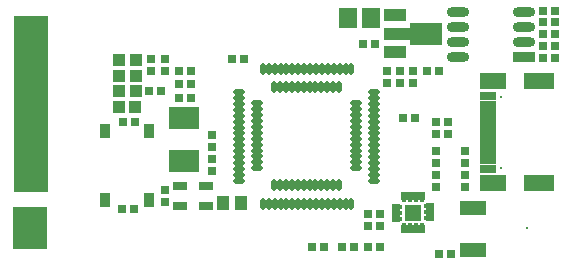
<source format=gts>
G04*
G04 #@! TF.GenerationSoftware,Altium Limited,Altium Designer,18.1.7 (191)*
G04*
G04 Layer_Color=8388736*
%FSLAX44Y44*%
%MOMM*%
G71*
G01*
G75*
%ADD36R,2.8750X15.0250*%
%ADD37R,2.8500X3.6250*%
%ADD38R,2.4532X0.5532*%
%ADD39R,1.0032X1.0032*%
%ADD40R,0.8032X0.8032*%
%ADD41R,0.8032X0.8032*%
%ADD42R,2.2032X1.3032*%
%ADD43R,1.9032X0.8532*%
%ADD44O,1.9032X0.8532*%
%ADD45R,2.8032X1.9032*%
%ADD46R,1.9032X1.1032*%
%ADD47R,2.7032X1.1032*%
%ADD48R,1.2032X0.6532*%
%ADD49R,0.4832X0.4832*%
%ADD50O,0.4832X0.8632*%
%ADD51O,0.8632X0.4832*%
%ADD52R,1.4532X1.4532*%
%ADD53R,1.5032X1.7032*%
%ADD54R,1.3532X0.8032*%
%ADD55R,1.3532X0.5032*%
%ADD56R,1.1332X1.1832*%
%ADD57R,0.9032X1.3032*%
G04:AMPARAMS|DCode=58|XSize=0.5032mm|YSize=1.0032mm|CornerRadius=0.1766mm|HoleSize=0mm|Usage=FLASHONLY|Rotation=180.000|XOffset=0mm|YOffset=0mm|HoleType=Round|Shape=RoundedRectangle|*
%AMROUNDEDRECTD58*
21,1,0.5032,0.6500,0,0,180.0*
21,1,0.1500,1.0032,0,0,180.0*
1,1,0.3532,-0.0750,0.3250*
1,1,0.3532,0.0750,0.3250*
1,1,0.3532,0.0750,-0.3250*
1,1,0.3532,-0.0750,-0.3250*
%
%ADD58ROUNDEDRECTD58*%
G04:AMPARAMS|DCode=59|XSize=0.5032mm|YSize=1.0032mm|CornerRadius=0.1766mm|HoleSize=0mm|Usage=FLASHONLY|Rotation=90.000|XOffset=0mm|YOffset=0mm|HoleType=Round|Shape=RoundedRectangle|*
%AMROUNDEDRECTD59*
21,1,0.5032,0.6500,0,0,90.0*
21,1,0.1500,1.0032,0,0,90.0*
1,1,0.3532,0.3250,0.0750*
1,1,0.3532,0.3250,-0.0750*
1,1,0.3532,-0.3250,-0.0750*
1,1,0.3532,-0.3250,0.0750*
%
%ADD59ROUNDEDRECTD59*%
%ADD60R,2.6032X1.9032*%
%ADD61C,0.2032*%
%ADD62R,2.2032X1.4032*%
%ADD63R,2.5032X1.4032*%
D36*
X180376Y419125D02*
D03*
D37*
X180250Y313875D02*
D03*
D38*
X181000Y467500D02*
D03*
Y472500D02*
D03*
Y477500D02*
D03*
Y482500D02*
D03*
Y487500D02*
D03*
Y462500D02*
D03*
Y437500D02*
D03*
Y432500D02*
D03*
Y427500D02*
D03*
Y422500D02*
D03*
Y417500D02*
D03*
Y412500D02*
D03*
Y407500D02*
D03*
Y402500D02*
D03*
Y397500D02*
D03*
Y392500D02*
D03*
Y387500D02*
D03*
Y382500D02*
D03*
Y377500D02*
D03*
Y372500D02*
D03*
Y367500D02*
D03*
Y362500D02*
D03*
Y357500D02*
D03*
Y352500D02*
D03*
Y327500D02*
D03*
Y322500D02*
D03*
Y317500D02*
D03*
Y312500D02*
D03*
Y307500D02*
D03*
Y302500D02*
D03*
Y442500D02*
D03*
Y447500D02*
D03*
Y452500D02*
D03*
Y457500D02*
D03*
D39*
X255300Y443000D02*
D03*
X269300D02*
D03*
X269000Y416000D02*
D03*
X255000D02*
D03*
X269300Y430000D02*
D03*
X255300D02*
D03*
X269300Y456000D02*
D03*
X255300D02*
D03*
D40*
X525920Y292000D02*
D03*
X536080D02*
D03*
X624080Y478000D02*
D03*
X613920D02*
D03*
X624080Y458000D02*
D03*
X613920D02*
D03*
X624080Y498000D02*
D03*
X613920D02*
D03*
Y468000D02*
D03*
X624080D02*
D03*
X613920Y488000D02*
D03*
X624080D02*
D03*
X454080Y298000D02*
D03*
X443920D02*
D03*
X526080Y447000D02*
D03*
X515920D02*
D03*
X495920Y407000D02*
D03*
X506080D02*
D03*
X258420Y404000D02*
D03*
X268580D02*
D03*
X461920Y470000D02*
D03*
X472080D02*
D03*
X476080Y326000D02*
D03*
X465920D02*
D03*
X350920Y457000D02*
D03*
X361080D02*
D03*
X476080Y316000D02*
D03*
X465920D02*
D03*
X316080Y436000D02*
D03*
X305920D02*
D03*
Y424000D02*
D03*
X316080D02*
D03*
Y447000D02*
D03*
X305920D02*
D03*
X280920Y430000D02*
D03*
X291080D02*
D03*
X257920Y330000D02*
D03*
X268080D02*
D03*
X476080Y298000D02*
D03*
X465920D02*
D03*
X429080D02*
D03*
X418920D02*
D03*
D41*
X534000Y393920D02*
D03*
Y404080D02*
D03*
X524000Y393920D02*
D03*
Y404080D02*
D03*
X548000Y359080D02*
D03*
Y348920D02*
D03*
X294000Y335920D02*
D03*
Y346080D02*
D03*
X524000Y379080D02*
D03*
Y368920D02*
D03*
X334000Y361920D02*
D03*
Y372080D02*
D03*
X482000Y447080D02*
D03*
Y436920D02*
D03*
X548000Y368920D02*
D03*
Y379080D02*
D03*
X504000Y447080D02*
D03*
Y436920D02*
D03*
X294000Y446920D02*
D03*
Y457080D02*
D03*
X282000Y446920D02*
D03*
Y457080D02*
D03*
X493000Y447080D02*
D03*
Y436920D02*
D03*
X334000Y382920D02*
D03*
Y393080D02*
D03*
X524000Y348920D02*
D03*
Y359080D02*
D03*
D42*
X555000Y331000D02*
D03*
Y295000D02*
D03*
D43*
X598000Y459000D02*
D03*
D44*
Y471700D02*
D03*
Y484400D02*
D03*
Y497100D02*
D03*
X542000Y459000D02*
D03*
Y471700D02*
D03*
Y484400D02*
D03*
Y497100D02*
D03*
D45*
X515000Y478000D02*
D03*
D46*
X489000Y463000D02*
D03*
Y494000D02*
D03*
D47*
X493000Y478000D02*
D03*
D48*
X306500Y349500D02*
D03*
X328500D02*
D03*
X306500Y333000D02*
D03*
X328500D02*
D03*
D49*
X496500Y342150D02*
D03*
X501500D02*
D03*
X506500D02*
D03*
X511500D02*
D03*
X519150Y332214D02*
D03*
Y327214D02*
D03*
Y322214D02*
D03*
X511500Y311850D02*
D03*
X506500D02*
D03*
X501500D02*
D03*
X496500D02*
D03*
X488850Y321960D02*
D03*
Y326960D02*
D03*
Y331960D02*
D03*
D50*
X496500Y340250D02*
D03*
X501500D02*
D03*
X506500D02*
D03*
X511500D02*
D03*
Y313750D02*
D03*
X506500D02*
D03*
X501500D02*
D03*
X496500D02*
D03*
D51*
X517250Y332214D02*
D03*
Y327214D02*
D03*
Y322214D02*
D03*
X490750Y321960D02*
D03*
Y326960D02*
D03*
Y331960D02*
D03*
D52*
X504000Y327000D02*
D03*
D53*
X449500Y492000D02*
D03*
X468500D02*
D03*
D54*
X568030Y364000D02*
D03*
Y371500D02*
D03*
X568000Y418500D02*
D03*
X568030Y426000D02*
D03*
D55*
Y377500D02*
D03*
Y382500D02*
D03*
Y387500D02*
D03*
Y392500D02*
D03*
X568000Y397500D02*
D03*
X568030Y402500D02*
D03*
Y407500D02*
D03*
Y412500D02*
D03*
D56*
X343300Y335000D02*
D03*
X358700D02*
D03*
D57*
X280500Y337500D02*
D03*
Y396500D02*
D03*
X243500D02*
D03*
Y337500D02*
D03*
D58*
X452000Y448500D02*
D03*
X447000D02*
D03*
X442000D02*
D03*
X437000D02*
D03*
X432000D02*
D03*
X427000D02*
D03*
X422000D02*
D03*
X417000D02*
D03*
X412000D02*
D03*
X407000D02*
D03*
X402000D02*
D03*
X397000D02*
D03*
X392000D02*
D03*
X387000D02*
D03*
X382000D02*
D03*
X377000D02*
D03*
X452000Y334500D02*
D03*
X447000D02*
D03*
X442000D02*
D03*
X437000D02*
D03*
X432000D02*
D03*
X427000D02*
D03*
X422000D02*
D03*
X417000D02*
D03*
X412000D02*
D03*
X407000D02*
D03*
X402000D02*
D03*
X397000D02*
D03*
X392000D02*
D03*
X387000D02*
D03*
X382000D02*
D03*
X377000D02*
D03*
X386500Y350250D02*
D03*
X391500D02*
D03*
X396500D02*
D03*
X401500D02*
D03*
X406500D02*
D03*
X411500D02*
D03*
X416500D02*
D03*
X421500D02*
D03*
X426500D02*
D03*
X431500D02*
D03*
X436500D02*
D03*
X441500D02*
D03*
X386500Y433750D02*
D03*
X391500D02*
D03*
X396500D02*
D03*
X401500D02*
D03*
X406500D02*
D03*
X411500D02*
D03*
X416500D02*
D03*
X421500D02*
D03*
X426500D02*
D03*
X431500D02*
D03*
X436500D02*
D03*
X441500D02*
D03*
D59*
X471500Y354000D02*
D03*
Y359000D02*
D03*
Y364000D02*
D03*
Y369000D02*
D03*
Y374000D02*
D03*
Y379000D02*
D03*
Y384000D02*
D03*
Y389000D02*
D03*
Y394000D02*
D03*
Y399000D02*
D03*
Y404000D02*
D03*
Y409000D02*
D03*
Y414000D02*
D03*
Y419000D02*
D03*
Y424000D02*
D03*
Y429000D02*
D03*
X357080Y354000D02*
D03*
Y359000D02*
D03*
Y364000D02*
D03*
Y369000D02*
D03*
Y374000D02*
D03*
Y379000D02*
D03*
Y384000D02*
D03*
Y389000D02*
D03*
Y394000D02*
D03*
Y399000D02*
D03*
Y404000D02*
D03*
Y409000D02*
D03*
Y414000D02*
D03*
Y419000D02*
D03*
Y424000D02*
D03*
Y429000D02*
D03*
X372250Y419500D02*
D03*
X372250Y414500D02*
D03*
X372250Y409500D02*
D03*
X372250Y404500D02*
D03*
Y399500D02*
D03*
Y394500D02*
D03*
Y389500D02*
D03*
Y384500D02*
D03*
X372250Y379500D02*
D03*
X372250Y374500D02*
D03*
Y369500D02*
D03*
Y364500D02*
D03*
X455750Y419500D02*
D03*
Y414500D02*
D03*
Y409500D02*
D03*
Y404500D02*
D03*
Y399500D02*
D03*
Y394500D02*
D03*
Y389500D02*
D03*
Y384500D02*
D03*
Y379500D02*
D03*
Y374500D02*
D03*
Y369500D02*
D03*
Y364500D02*
D03*
D60*
X310600Y407500D02*
D03*
Y370500D02*
D03*
D61*
X601000Y314000D02*
D03*
X579000Y365000D02*
D03*
Y425000D02*
D03*
D62*
X571830Y351800D02*
D03*
Y438300D02*
D03*
D63*
X610430Y351800D02*
D03*
Y438300D02*
D03*
M02*

</source>
